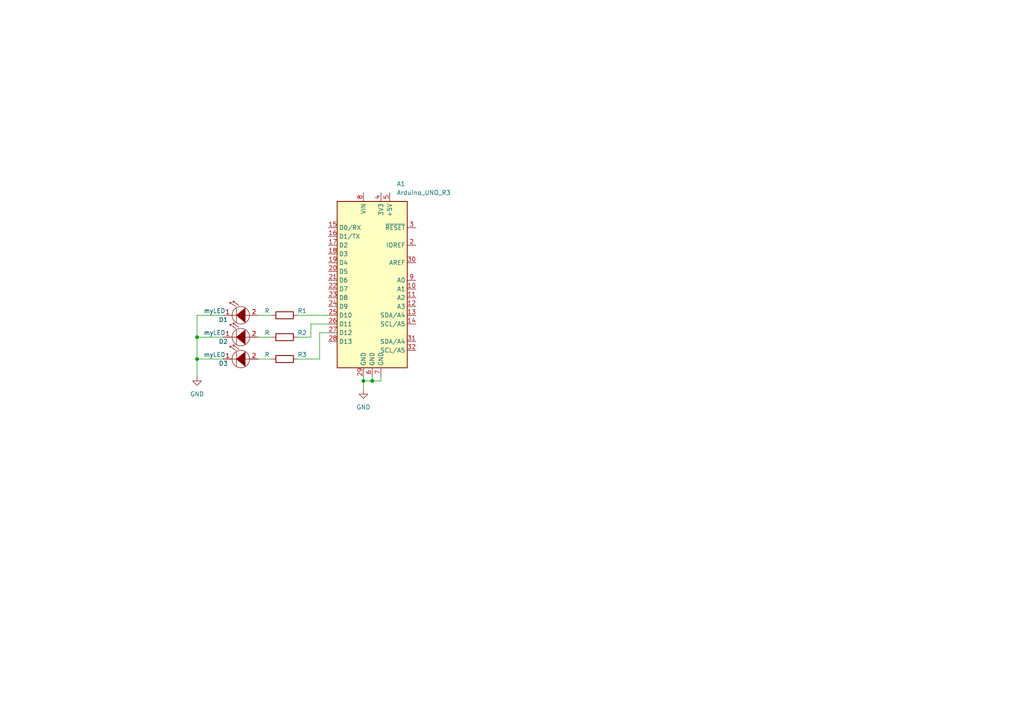
<source format=kicad_sch>
(kicad_sch (version 20211123) (generator eeschema)
  (paper "A4")
  (lib_symbols
    (symbol "1_lsk:myLED"
      (property "Reference" "D" (at -7.62 -1.27 0))
      (property "Value" "myLED" (at 0 -7.62 0))
      (symbol "myLED_0_1"
        (polyline (pts (xy -2.54 0) (xy -1.27 0)))
        (polyline (pts (xy -1.4986 2.54) (xy -3.2004 3.7338)))
        (polyline (pts (xy -1.27 2.0828) (xy -1.27 -2.1336)))
        (polyline (pts (xy -0.5842 2.8702) (xy -2.286 4.064)))
        (polyline (pts (xy 1.27 0) (xy 2.54 0)))
        (polyline (pts (xy -3.048 3.2512) (xy -3.2258 3.7338) (xy -2.7178 3.7592)))
        (polyline (pts (xy -2.1336 3.5814) (xy -2.3114 4.064) (xy -1.8034 4.0894)))
        (polyline (pts (xy -1.27 0) (xy 1.27 2.0828) (xy 1.27 -2.1082) (xy -1.27 0)) (fill (type outline)))
        (circle (center 0 0) (radius 2.54))
      )
      (symbol "myLED_1_1"
        (pin input line (at -5.08 0 0) (length 2.54) (name "") (number "1"))
        (pin input line (at 5.08 0 180) (length 2.54) (name "") (number "2"))
      )
    )
    (symbol "Device:R" (pin_numbers hide) (pin_names (offset 0))
      (property "Reference" "R" (at 2.032 0 90))
      (property "Value" "R" (at 0 0 90))
      (symbol "R_0_1"
        (rectangle (start -1.016 -2.54) (end 1.016 2.54) (stroke (width 0.254)))
      )
      (symbol "R_1_1"
        (pin passive line (at 0 3.81 270) (length 1.27) (name "~") (number "1"))
        (pin passive line (at 0 -3.81 90) (length 1.27) (name "~") (number "2"))
      )
    )
    (symbol "MCU_Module:Arduino_UNO_R3"
      (property "Reference" "A" (at -10.16 23.495 0))
      (property "Value" "Arduino_UNO_R3" (at 5.08 -26.67 0))
      (symbol "Arduino_UNO_R3_0_1"
        (rectangle (start -10.16 22.86) (end 10.16 -25.4) (stroke (width 0.254)) (fill (type background)))
      )
      (symbol "Arduino_UNO_R3_1_1"
        (pin no_connect line (at -10.16 -20.32 0) (length 2.54) hide (name "NC") (number "1"))
        (pin bidirectional line (at 12.7 -2.54 180) (length 2.54) (name "A1") (number "10"))
        (pin bidirectional line (at 12.7 -5.08 180) (length 2.54) (name "A2") (number "11"))
        (pin bidirectional line (at 12.7 -7.62 180) (length 2.54) (name "A3") (number "12"))
        (pin bidirectional line (at 12.7 -10.16 180) (length 2.54) (name "SDA/A4") (number "13"))
        (pin bidirectional line (at 12.7 -12.7 180) (length 2.54) (name "SCL/A5") (number "14"))
        (pin bidirectional line (at -12.7 15.24 0) (length 2.54) (name "D0/RX") (number "15"))
        (pin bidirectional line (at -12.7 12.7 0) (length 2.54) (name "D1/TX") (number "16"))
        (pin bidirectional line (at -12.7 10.16 0) (length 2.54) (name "D2") (number "17"))
        (pin bidirectional line (at -12.7 7.62 0) (length 2.54) (name "D3") (number "18"))
        (pin bidirectional line (at -12.7 5.08 0) (length 2.54) (name "D4") (number "19"))
        (pin output line (at 12.7 10.16 180) (length 2.54) (name "IOREF") (number "2"))
        (pin bidirectional line (at -12.7 2.54 0) (length 2.54) (name "D5") (number "20"))
        (pin bidirectional line (at -12.7 0 0) (length 2.54) (name "D6") (number "21"))
        (pin bidirectional line (at -12.7 -2.54 0) (length 2.54) (name "D7") (number "22"))
        (pin bidirectional line (at -12.7 -5.08 0) (length 2.54) (name "D8") (number "23"))
        (pin bidirectional line (at -12.7 -7.62 0) (length 2.54) (name "D9") (number "24"))
        (pin bidirectional line (at -12.7 -10.16 0) (length 2.54) (name "D10") (number "25"))
        (pin bidirectional line (at -12.7 -12.7 0) (length 2.54) (name "D11") (number "26"))
        (pin bidirectional line (at -12.7 -15.24 0) (length 2.54) (name "D12") (number "27"))
        (pin bidirectional line (at -12.7 -17.78 0) (length 2.54) (name "D13") (number "28"))
        (pin power_in line (at -2.54 -27.94 90) (length 2.54) (name "GND") (number "29"))
        (pin input line (at 12.7 15.24 180) (length 2.54) (name "~{RESET}") (number "3"))
        (pin input line (at 12.7 5.08 180) (length 2.54) (name "AREF") (number "30"))
        (pin bidirectional line (at 12.7 -17.78 180) (length 2.54) (name "SDA/A4") (number "31"))
        (pin bidirectional line (at 12.7 -20.32 180) (length 2.54) (name "SCL/A5") (number "32"))
        (pin power_out line (at 2.54 25.4 270) (length 2.54) (name "3V3") (number "4"))
        (pin power_out line (at 5.08 25.4 270) (length 2.54) (name "+5V") (number "5"))
        (pin power_in line (at 0 -27.94 90) (length 2.54) (name "GND") (number "6"))
        (pin power_in line (at 2.54 -27.94 90) (length 2.54) (name "GND") (number "7"))
        (pin power_in line (at -2.54 25.4 270) (length 2.54) (name "VIN") (number "8"))
        (pin bidirectional line (at 12.7 0 180) (length 2.54) (name "A0") (number "9"))
      )
    )
    (symbol "power:GND" (power) (pin_names (offset 0))
      (property "Value" "GND" (at 0 -3.81 0))
      (symbol "GND_0_1"
        (polyline (pts (xy 0 0) (xy 0 -1.27) (xy 1.27 -1.27) (xy 0 -2.54) (xy -1.27 -1.27) (xy 0 -1.27)))
      )
      (symbol "GND_1_1"
        (pin power_in line (at 0 0 270) (length 0) hide (name "GND") (number "1"))
      )
    )
  )
  (junction (at 105.41 110.49))
  (junction (at 107.95 110.49))
  (junction (at 57.15 97.79))
  (junction (at 57.15 104.14))
  (wire (pts (xy 105.41 110.49) (xy 105.41 113.03)))
  (wire (pts (xy 57.15 91.44) (xy 57.15 97.79)))
  (wire (pts (xy 95.25 93.98) (xy 90.17 93.98)))
  (wire (pts (xy 90.17 97.79) (xy 86.36 97.79)))
  (wire (pts (xy 105.41 109.22) (xy 105.41 110.49)))
  (wire (pts (xy 57.15 97.79) (xy 57.15 104.14)))
  (wire (pts (xy 64.77 91.44) (xy 57.15 91.44)))
  (wire (pts (xy 92.71 104.14) (xy 86.36 104.14)))
  (wire (pts (xy 74.93 91.44) (xy 78.74 91.44)))
  (wire (pts (xy 64.77 104.14) (xy 57.15 104.14)))
  (wire (pts (xy 110.49 109.22) (xy 110.49 110.49)))
  (wire (pts (xy 57.15 104.14) (xy 57.15 109.22)))
  (wire (pts (xy 107.95 109.22) (xy 107.95 110.49)))
  (wire (pts (xy 107.95 110.49) (xy 105.41 110.49)))
  (wire (pts (xy 74.93 97.79) (xy 78.74 97.79)))
  (wire (pts (xy 95.25 96.52) (xy 92.71 96.52)))
  (wire (pts (xy 110.49 110.49) (xy 107.95 110.49)))
  (wire (pts (xy 74.93 104.14) (xy 78.74 104.14)))
  (wire (pts (xy 64.77 97.79) (xy 57.15 97.79)))
  (wire (pts (xy 86.36 91.44) (xy 95.25 91.44)))
  (wire (pts (xy 92.71 96.52) (xy 92.71 104.14)))
  (wire (pts (xy 90.17 93.98) (xy 90.17 97.79)))
  (symbol (lib_id "power:GND") (at 105.41 113.03 0) (unit 1)
    (property "Reference" "#PWR0102" (effects hide))
    (property "Value" "GND" (at 105.41 118.11 0))
  )
  (symbol (lib_id "Device:R") (at 82.55 97.79 90) (unit 1)
    (property "Reference" "R2" (at 87.63 96.52 90))
    (property "Value" "R" (at 77.47 96.52 90))
    (property "Footprint" "1_lsk:myResistor" (effects hide))
  )
  (symbol (lib_id "1_lsk:myLED") (at 69.85 104.14 0) (unit 1)
    (property "Reference" "D3" (at 64.77 105.41 0))
    (property "Value" "myLED" (at 62.23 102.87 0))
    (property "Footprint" "1_lsk:myLed" (effects hide))
  )
  (symbol (lib_id "MCU_Module:Arduino_UNO_R3") (at 107.95 81.28 0) (unit 1)
    (property "Reference" "A1" (at 115.0494 53.34 0) (effects (justify left)))
    (property "Value" "Arduino_UNO_R3" (at 115.0494 55.88 0) (effects (justify left)))
    (property "Footprint" "Module:Arduino_UNO_R3" (effects hide))
    (property "Datasheet" "https://www.arduino.cc/en/Main/arduinoBoardUno" (effects hide))
  )
  (symbol (lib_id "1_lsk:myLED") (at 69.85 97.79 0) (unit 1)
    (property "Reference" "D2" (at 64.77 99.06 0))
    (property "Value" "myLED" (at 62.23 96.52 0))
    (property "Footprint" "1_lsk:myLed" (effects hide))
  )
  (symbol (lib_id "1_lsk:myLED") (at 69.85 91.44 0) (unit 1)
    (property "Reference" "D1" (at 64.77 92.71 0))
    (property "Value" "myLED" (at 62.23 90.17 0))
    (property "Footprint" "1_lsk:myLed" (effects hide))
  )
  (symbol (lib_id "power:GND") (at 57.15 109.22 0) (unit 1)
    (property "Reference" "#PWR0101" (effects hide))
    (property "Value" "GND" (at 57.15 114.3 0))
  )
  (symbol (lib_id "Device:R") (at 82.55 104.14 90) (unit 1)
    (property "Reference" "R3" (at 87.63 102.87 90))
    (property "Value" "R" (at 77.47 102.87 90))
    (property "Footprint" "1_lsk:myResistor" (effects hide))
  )
  (symbol (lib_id "Device:R") (at 82.55 91.44 90) (unit 1)
    (property "Reference" "R1" (at 87.63 90.17 90))
    (property "Value" "R" (at 77.47 90.17 90))
    (property "Footprint" "1_lsk:myResistor" (effects hide))
  )
)
</source>
